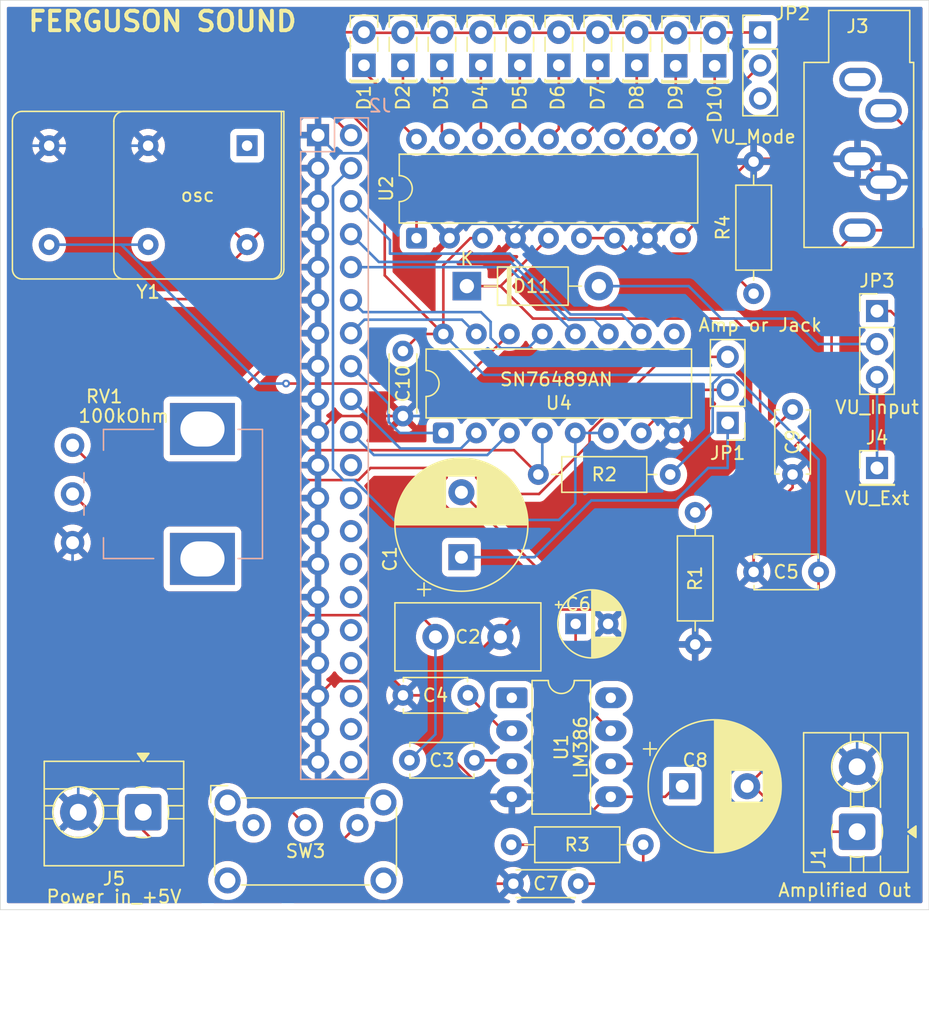
<source format=kicad_pcb>
(kicad_pcb (version 20241229) (generator "pcbnew") (generator_version "9.0")
  (layers (0 "F.Cu" signal) (2 "B.Cu" signal) (13 "F.Paste" user) (15 "B.Paste" user) (5 "F.SilkS" user "F.Silkscreen") (7 "B.SilkS" user "B.Silkscreen") (1 "F.Mask" user) (3 "B.Mask" user) (25 "Edge.Cuts" user))
  (net 0 "")
  (net 1 "Net-(C1-Pad2)")
  (net 2 "Net-(JP1-A)")
  (net 3 "Net-(C2-Pad1)")
  (net 4 "GND")
  (net 5 "Net-(U1-+)")
  (net 6 "Net-(U1--)")
  (net 7 "VCC")
  (net 8 "Net-(U1-BYPASS)")
  (net 9 "Net-(C7-Pad2)")
  (net 10 "Net-(C8-Pad1)")
  (net 11 "Net-(J1-Pin_1)")
  (net 12 "Net-(D11-K)")
  (net 13 "Net-(D1-K)")
  (net 14 "Net-(D2-K)")
  (net 15 "Net-(D3-K)")
  (net 16 "Net-(D4-K)")
  (net 17 "Net-(D5-K)")
  (net 18 "Net-(D6-K)")
  (net 19 "Net-(D7-K)")
  (net 20 "Net-(D8-K)")
  (net 21 "Net-(D9-K)")
  (net 22 "Net-(D10-K)")
  (net 23 "Net-(D11-A)")
  (net 24 "/A_D6")
  (net 25 "/A_D2")
  (net 26 "/A_RDY")
  (net 27 "/A_D4")
  (net 28 "/A_D0")
  (net 29 "/A_D3")
  (net 33 "/A_D1")
  (net 36 "/A_STROBE")
  (net 41 "/A_D5")
  (net 42 "/A_D7")
  (net 44 "Net-(J4-Pin_1)")
  (net 45 "Net-(J5-Pin_1)")
  (net 46 "Net-(JP1-B)")
  (net 47 "Net-(JP1-C)")
  (net 48 "Net-(U2-REFOUT)")
  (net 49 "Net-(SW1-B)")
  (net 54 "Net-(U4-CLOCK)")
  (footprint "Connector_PinHeader_2.54mm:PinHeader_1x01_P2.54mm_Vertical" (layer "F.Cu") (at 127 66)
    (property "Reference" "J4")
    (property "Value" "VU_Ext")
  )
  (footprint "Oscillator:Oscillator_DIP-14" (layer "F.Cu") (at 78.5 41.19 180)
    (property "Reference" "Y1")
    (property "Value" "ACO-4.0MHz")
  )
  (footprint "Connector_PinHeader_2.54mm:PinHeader_1x03_P2.54mm_Vertical" (layer "F.Cu") (at 118 32.475)
    (property "Reference" "JP2")
    (property "Value" "VU_Mode")
  )
  (footprint "Resistor_THT:R_Axial_DIN0207_L6.3mm_D2.5mm_P10.16mm_Horizontal" (layer "F.Cu") (at 98.84 95)
    (property "Reference" "R3")
    (property "Value" "10_Ohm")
  )
  (footprint "Oscillator:Oscillator_DIP-8" (layer "F.Cu") (at 78.5 41.19 180)
    (property "Reference" "osc")
    (property "Value" "Oscillator_DIP-8")
  )
  (footprint "Capacitor_THT:C_Disc_D4.7mm_W2.5mm_P5.00mm" (layer "F.Cu") (at 91 88.5)
    (property "Reference" "C3")
    (property "Value" "270nF")
  )
  (footprint "Package_DIP:DIP-18_W7.62mm" (layer "F.Cu") (at 91.545112 48.305 90)
    (property "Reference" "U2")
    (property "Value" "LM3915N")
  )
  (footprint "LED_THT:LED_Rectangular_W5.0mm_H2.0mm" (layer "F.Cu") (at 114.5 35.04 90)
    (property "Reference" "D10")
    (property "Value" "LED" (hide yes))
  )
  (footprint "Package_DIP:DIP-8_W7.62mm_LongPads" (layer "F.Cu") (at 98.88 83.69)
    (property "Reference" "U1")
    (property "Value" "LM386")
  )
  (footprint "Diode_THT:D_DO-41_SOD81_P10.16mm_Horizontal" (layer "F.Cu") (at 95.42 52)
    (property "Reference" "D11")
    (property "Value" "1N4007")
  )
  (footprint "Resistor_THT:R_Axial_DIN0207_L6.3mm_D2.5mm_P10.16mm_Horizontal" (layer "F.Cu") (at 111.08 66.5 180)
    (property "Reference" "R2")
    (property "Value" "10kOhm")
  )
  (footprint "Connector_Audio:Jack_3.5mm_CUI_SJ1-3535NG_Horizontal" (layer "F.Cu") (at 125.5 36.1)
    (property "Reference" "J3")
    (property "Value" "AudioJack3")
  )
  (footprint "Capacitor_THT:CP_Radial_D5.0mm_P2.50mm" (layer "F.Cu") (at 103.794888 78)
    (property "Reference" "C6")
    (property "Value" "10uF")
  )
  (footprint "Capacitor_THT:C_Disc_D4.7mm_W2.5mm_P5.00mm" (layer "F.Cu") (at 90.5 83.5)
    (property "Reference" "C4")
    (property "Value" "270nF")
  )
  (footprint "Capacitor_THT:C_Disc_D11.0mm_W5.0mm_P5.00mm" (layer "F.Cu") (at 93 79)
    (property "Reference" "C2")
    (property "Value" "47pF")
  )
  (footprint "LED_THT:LED_Rectangular_W5.0mm_H2.0mm" (layer "F.Cu") (at 93.5 35 90)
    (property "Reference" "D3")
    (property "Value" "LED" (hide yes))
  )
  (footprint "Package_DIP:DIP-16_W7.62mm" (layer "F.Cu") (at 93.61 63.305 90)
    (property "Reference" "U4")
    (property "Value" "SN76489AN")
  )
  (footprint "Resistor_THT:R_Axial_DIN0207_L6.3mm_D2.5mm_P10.16mm_Horizontal" (layer "F.Cu") (at 113 69.42 -90)
    (property "Reference" "R1")
    (property "Value" "1MOhm")
  )
  (footprint "Capacitor_THT:C_Disc_D4.7mm_W2.5mm_P5.00mm" (layer "F.Cu") (at 120.5 61.5 -90)
    (property "Reference" "C9")
    (property "Value" "220nF")
  )
  (footprint "Capacitor_THT:CP_Radial_D10.0mm_P5.00mm" (layer "F.Cu") (at 112 90.5)
    (property "Reference" "C8")
    (property "Value" "470uF")
  )
  (footprint "Button_Switch_THT:SW_E-Switch_EG1224_SPDT_Angled" (layer "F.Cu") (at 79 93.5)
    (property "Reference" "SW3")
    (property "Value" "Power_Switch")
  )
  (footprint "TerminalBlock:TerminalBlock_MaiXu_MX126-5.0-02P_1x02_P5.00mm" (layer "F.Cu") (at 125.4675 94 90)
    (property "Reference" "J1")
    (property "Value" "Amplified Out")
  )
  (footprint "TerminalBlock:TerminalBlock_MaiXu_MX126-5.0-02P_1x02_P5.00mm" (layer "F.Cu") (at 70.5 92.5 180)
    (property "Reference" "J5")
    (property "Value" "Power in_+5V")
  )
  (footprint "Resistor_THT:R_Axial_DIN0207_L6.3mm_D2.5mm_P10.16mm_Horizontal" (layer "F.Cu") (at 117.5 52.58 90)
    (property "Reference" "R4")
    (property "Value" "10kOhm")
  )
  (footprint "LED_THT:LED_Rectangular_W5.0mm_H2.0mm" (layer "F.Cu") (at 90.5 35 90)
    (property "Reference" "D2")
    (property "Value" "LED" (hide yes))
  )
  (footprint "Capacitor_THT:C_Disc_D4.3mm_W1.9mm_P5.00mm" (layer "F.Cu") (at 90.5 57 -90)
    (property "Reference" "C10")
    (property "Value" "0.1uF")
  )
  (footprint "Connector_PinHeader_2.54mm:PinHeader_1x03_P2.54mm_Vertical" (layer "F.Cu") (at 115.5 62.525 180)
    (property "Reference" "JP1")
    (property "Value" "Amp or Jack")
  )
  (footprint "LED_THT:LED_Rectangular_W5.0mm_H2.0mm" (layer "F.Cu") (at 108.5 35 90)
    (property "Reference" "D8")
    (property "Value" "LED" (hide yes))
  )
  (footprint "LED_THT:LED_Rectangular_W5.0mm_H2.0mm" (layer "F.Cu") (at 102.5 35 90)
    (property "Reference" "D6")
    (property "Value" "LED" (hide yes))
  )
  (footprint "LED_THT:LED_Rectangular_W5.0mm_H2.0mm" (layer "F.Cu") (at 105.5 35 90)
    (property "Reference" "D7")
    (property "Value" "LED" (hide yes))
  )
  (footprint "Connector_PinHeader_2.54mm:PinHeader_1x03_P2.54mm_Vertical" (layer "F.Cu") (at 127 53.92)
    (property "Reference" "JP3")
    (property "Value" "VU_Input")
  )
  (footprint "LED_THT:LED_Rectangular_W5.0mm_H2.0mm" (layer "F.Cu") (at 96.5 35 90)
    (property "Reference" "D4")
    (property "Value" "LED" (hide yes))
  )
  (footprint "LED_THT:LED_Rectangular_W5.0mm_H2.0mm" (layer "F.Cu") (at 111.5 35.04 90)
    (property "Reference" "D9")
    (property "Value" "LED" (hide yes))
  )
  (footprint "Capacitor_THT:CP_Radial_D10.0mm_P5.00mm" (layer "F.Cu") (at 95 72.867677 90)
    (property "Reference" "C1")
    (property "Value" "470uF")
  )
  (footprint "Capacitor_THT:C_Disc_D4.3mm_W1.9mm_P5.00mm" (layer "F.Cu") (at 99 98)
    (property "Reference" "C7")
    (property "Value" "100nF")
  )
  (footprint "Capacitor_THT:C_Disc_D4.7mm_W2.5mm_P5.00mm" (layer "F.Cu") (at 122.5 74 180)
    (property "Reference" "C5")
    (property "Value" "270nF")
  )
  (footprint "LED_THT:LED_Rectangular_W5.0mm_H2.0mm" (layer "F.Cu") (at 99.5 35 90)
    (property "Reference" "D5")
    (property "Value" "LED" (hide yes))
  )
  (footprint "LED_THT:LED_Rectangular_W5.0mm_H2.0mm" (layer "F.Cu") (at 87.5 35 90)
    (property "Reference" "D1")
    (property "Value" "LED")
  )
  (footprint "Potentiometer_THT:Potentiometer_Bourns_PTV09A-1_Single_Vertical" (layer "B.Cu") (at 66.5625 65.5)
    (property "Reference" "RV1")
    (property "Value" "100kOhm")
  )
  (footprint "Connector_PinSocket_2.54mm:PinSocket_2x20_P2.54mm_Vertical" (layer "B.Cu") (at 83.96 40.38 180)
    (property "Reference" "J2")
    (property "Value" "GPIO_Header")
  )
  (gr_line (start 59.5 100) (end 131 100) (stroke (width 0.05)) (layer "Edge.Cuts"))
  (gr_line (start 59.5 100) (end 59.5 30) (stroke (width 0.05)) (layer "Edge.Cuts"))
  (gr_line (start 131 30) (end 59.5 30) (stroke (width 0.05)) (layer "Edge.Cuts"))
  (gr_line (start 131 30) (end 131 100) (stroke (width 0.05)) (layer "Edge.Cuts"))
  (gr_text "FERGUSON SOUND" (at 61.5 32.5 0) (layer "F.SilkS") (effects (font (size 1.5 1.5) (thickness 0.3) (bold yes)) (justify left bottom)))
  (segment (start 95 67.867677) (end 101.132323 74) (width 0.2) (layer "F.Cu") (net 1))
  (segment (start 123.5 61.5) (end 123.5 60.5) (width 0.2) (layer "F.Cu") (net 1))
  (segment (start 125.5 47.7) (end 123.5 49.7) (width 0.2) (layer "F.Cu") (net 1))
  (segment (start 115 70) (end 123.5 61.5) (width 0.2) (layer "F.Cu") (net 1))
  (segment (start 101.132323 74) (end 115 74) (width 0.2) (layer "F.Cu") (net 1))
  (segment (start 127.899 38.5) (end 127.5 38.5) (width 0.2) (layer "F.Cu") (net 1))
  (segment (start 129.199 47.7) (end 129.899 47) (width 0.2) (layer "F.Cu") (net 1))
  (segment (start 129.899 40.5) (end 127.899 38.5) (width 0.2) (layer "F.Cu") (net 1))
  (segment (start 123.5 60) (end 123.5 50) (width 0.2) (layer "F.Cu") (net 1))
  (segment (start 123.5 49.7) (end 123.5 50) (width 0.2) (layer "F.Cu") (net 1))
  (segment (start 125.5 47.7) (end 129.199 47.7) (width 0.2) (layer "F.Cu") (net 1))
  (segment (start 123.5 60.5) (end 123.5 60) (width 0.2) (layer "F.Cu") (net 1))
  (segment (start 129.899 47) (end 129.899 40.5) (width 0.2) (layer "F.Cu") (net 1))
  (segment (start 115 74) (end 115 70) (width 0.2) (layer "F.Cu") (net 1))
  (segment (start 100.632323 72.867677) (end 105 68.5) (width 0.2) (layer "B.Cu") (net 2))
  (segment (start 111.5 68.5) (end 105 68.5) (width 0.2) (layer "B.Cu") (net 2))
  (segment (start 114 66) (end 111.5 68.5) (width 0.2) (layer "B.Cu") (net 2))
  (segment (start 115.5 66) (end 115.5 62.525) (width 0.2) (layer "B.Cu") (net 2))
  (segment (start 115.5 66) (end 114 66) (width 0.2) (layer "B.Cu") (net 2))
  (segment (start 95 72.867677) (end 100.632323 72.867677) (width 0.2) (layer "B.Cu") (net 2))
  (segment (start 69.5 75) (end 69.5 72.4375) (width 0.2) (layer "F.Cu") (net 3))
  (segment (start 93 78.5) (end 91.829 77.329) (width 0.2) (layer "F.Cu") (net 3))
  (segment (start 71.829 77.329) (end 69.5 75) (width 0.2) (layer "F.Cu") (net 3))
  (segment (start 69.5 72.4375) (end 65.0625 68) (width 0.2) (layer "F.Cu") (net 3))
  (segment (start 91.829 77.329) (end 71.829 77.329) (width 0.2) (layer "F.Cu") (net 3))
  (segment (start 93 86.5) (end 91 88.5) (width 0.2) (layer "B.Cu") (net 3))
  (segment (start 93 78.5) (end 93 86.5) (width 0.2) (layer "B.Cu") (net 3))
  (segment (start 85.2 62) (end 83.96 63.24) (width 0.2) (layer "F.Cu") (net 4))
  (segment (start 125.7 42.2) (end 127.5 44) (width 0.2) (layer "F.Cu") (net 4))
  (segment (start 93 83.5) (end 91 83.5) (width 0.2) (layer "F.Cu") (net 4))
  (segment (start 93.5 84) (end 93 83.5) (width 0.2) (layer "F.Cu") (net 4))
  (segment (start 97.5 98) (end 99 98) (width 0.2) (layer "F.Cu") (net 4))
  (segment (start 120.5 67.5) (end 117.5 70.5) (width 0.2) (layer "F.Cu") (net 4))
  (segment (start 96 92.5) (end 96 96.5) (width 0.2) (layer "F.Cu") (net 4))
  (segment (start 91 83.5) (end 89.909 82.409) (width 0.2) (layer "F.Cu") (net 4))
  (segment (start 120.5 66.5) (end 120.5 67.5) (width 0.2) (layer "F.Cu") (net 4))
  (segment (start 98.88 91.31) (end 97.25295 91.31) (width 0.2) (layer "F.Cu") (net 4))
  (segment (start 114 49.5) (end 110.520112 49.5) (width 0.2) (layer "F.Cu") (net 4))
  (segment (start 115 48.5) (end 114 49.5) (width 0.2) (layer "F.Cu") (net 4))
  (segment (start 110.520112 49.5) (end 109.325112 48.305) (width 0.2) (layer "F.Cu") (net 4))
  (segment (start 125.5 42.2) (end 125.7 42.2) (width 0.2) (layer "F.Cu") (net 4))
  (segment (start 106.294888 78) (end 105.193888 76.899) (width 0.2) (layer "F.Cu") (net 4))
  (segment (start 99.601 76.899) (end 98 78.5) (width 0.2) (layer "F.Cu") (net 4))
  (segment (start 89.909 82.409) (end 85.111 82.409) (width 0.2) (layer "F.Cu") (net 4))
  (segment (start 85.111 82.409) (end 83.96 83.56) (width 0.2) (layer "F.Cu") (net 4))
  (segment (start 117.5 70.5) (end 117.5 74) (width 0.2) (layer "F.Cu") (net 4))
  (segment (start 105.193888 76.899) (end 99.601 76.899) (width 0.2) (layer "F.Cu") (net 4))
  (segment (start 117.72 42.2) (end 117.5 42.42) (width 0.2) (layer "F.Cu") (net 4))
  (segment (start 96 96.5) (end 97.5 98) (width 0.2) (layer "F.Cu") (net 4))
  (segment (start 117.5 42.42) (end 117.08 42.42) (width 0.2) (layer "F.Cu") (net 4))
  (segment (start 117.08 42.42) (end 115 44.5) (width 0.2) (layer "F.Cu") (net 4))
  (segment (start 93.5 87.55705) (end 93.5 84) (width 0.2) (layer "F.Cu") (net 4))
  (segment (start 125.5 42.2) (end 117.72 42.2) (width 0.2) (layer "F.Cu") (net 4))
  (segment (start 97.25295 91.31) (end 93.5 87.55705) (width 0.2) (layer "F.Cu") (net 4))
  (segment (start 93.5 83) (end 93 83.5) (width 0.2) (layer "F.Cu") (net 4))
  (segment (start 97.19 91.31) (end 96 92.5) (width 0.2) (layer "F.Cu") (net 4))
  (segment (start 115 44.5) (end 115 48.5) (width 0.2) (layer "F.Cu") (net 4))
  (segment (start 98.88 91.31) (end 97.19 91.31) (width 0.2) (layer "F.Cu") (net 4))
  (segment (start 98 78.5) (end 93.5 83) (width 0.2) (layer "F.Cu") (net 4))
  (segment (start 90.5 62) (end 85.2 62) (width 0.2) (layer "F.Cu") (net 4))
  (segment (start 113 79.58) (end 107.874888 79.58) (width 0.2) (layer "B.Cu") (net 4))
  (segment (start 99.165112 47.538888) (end 99.5 47.204) (width 0.2) (layer "B.Cu") (net 4))
  (segment (start 106.294888 78) (end 111.874888 83.58) (width 0.2) (layer "B.Cu") (net 4))
  (segment (start 108.224112 47.204) (end 109.325112 48.305) (width 0.2) (layer "B.Cu") (net 4))
  (segment (start 90.5 62) (end 110.085 62) (width 0.2) (layer "B.Cu") (net 4))
  (segment (start 85.349 41.769) (end 83.96 40.38) (width 0.2) (layer "B.Cu") (net 4))
  (segment (start 94.085112 48.305) (end 95.186112 47.204) (width 0.2) (layer "B.Cu") (net 4))
  (segment (start 111.874888 83.58) (end 123.42 83.58) (width 0.2) (layer "B.Cu") (net 4))
  (segment (start 61.81 41.19) (end 60.5 42.5) (width 0.2) (layer "B.Cu") (net 4))
  (segment (start 110.085 62) (end 111.39 63.305) (width 0.2) (layer "B.Cu") (net 4))
  (segment (start 65.5 83.5) (end 65.5 92.5) (width 0.2) (layer "B.Cu") (net 4))
  (segment (start 117.5 74) (end 113 78.5) (width 0.2) (layer "B.Cu") (net 4))
  (segment (start 123.42 83.58) (end 125.4675 85.6275) (width 0.2) (layer "B.Cu") (net 4))
  (segment (start 65.0625 71.75) (end 65.0625 73.958454) (width 0.2) (layer "B.Cu") (net 4))
  (segment (start 63.26 41.19) (end 61.81 41.19) (width 0.2) (layer "B.Cu") (net 4))
  (segment (start 107.874888 79.58) (end 106.294888 78) (width 0.2) (layer "B.Cu") (net 4))
  (segment (start 60.510477 42.510477) (end 60.510477 78.510477) (width 0.2) (layer "B.Cu") (net 4))
  (segment (start 69.36 88.64) (end 65.5 92.5) (width 0.2) (layer "B.Cu") (net 4))
  (segment (start 125.4675 85.6275) (end 125.4675 89) (width 0.2) (layer "B.Cu") (net 4))
  (segment (start 95.186112 47.204) (end 99.5 47.204) (width 0.2) (layer "B.Cu") (net 4))
  (segment (start 94.085112 48.305) (end 87.549112 41.769) (width 0.2) (layer "B.Cu") (net 4))
  (segment (start 113 78.5) (end 113 79.58) (width 0.2) (layer "B.Cu") (net 4))
  (segment (start 63.26 41.19) (end 70.88 41.19) (width 0.2) (layer "B.Cu") (net 4))
  (segment (start 60.5 42.5) (end 60.510477 42.510477) (width 0.2) (layer "B.Cu") (net 4))
  (segment (start 99.165112 48.305) (end 99.165112 47.538888) (width 0.2) (layer "B.Cu") (net 4))
  (segment (start 99.5 47.204) (end 108.224112 47.204) (width 0.2) (layer "B.Cu") (net 4))
  (segment (start 83.96 88.64) (end 83.96 40.38) (width 0.2) (layer "B.Cu") (net 4))
  (segment (start 65.0625 73.958454) (end 60.510477 78.510477) (width 0.2) (layer "B.Cu") (net 4))
  (segment (start 60.510477 78.510477) (end 65.5 83.5) (width 0.2) (layer "B.Cu") (net 4))
  (segment (start 87.549112 41.769) (end 85.349 41.769) (width 0.2) (layer "B.Cu") (net 4))
  (segment (start 83.96 40.38) (end 83.88 40.38) (width 0.2) (layer "B.Cu") (net 4))
  (segment (start 83.96 88.64) (end 69.36 88.64) (width 0.2) (layer "B.Cu") (net 4))
  (segment (start 98.61 88.5) (end 98.88 88.77) (width 0.2) (layer "F.Cu") (net 5))
  (segment (start 96 88.5) (end 98.61 88.5) (width 0.2) (layer "F.Cu") (net 5))
  (segment (start 98.88 86.23) (end 98.23 86.23) (width 0.2) (layer "F.Cu") (net 6))
  (segment (start 98.23 86.23) (end 95.5 83.5) (width 0.2) (layer "F.Cu") (net 6))
  (segment (start 95.5 83) (end 95.65 83) (width 0.2) (layer "F.Cu") (net 6))
  (segment (start 78.5 48.81) (end 81.099 46.211) (width 0.2) (layer "F.Cu") (net 7))
  (segment (start 81.099 46.211) (end 81.099 37.8339) (width 0.2) (layer "F.Cu") (net 7))
  (segment (start 78.5 48.81) (end 76 46.31) (width 0.2) (layer "F.Cu") (net 7))
  (segment (start 62.5 73) (end 62.5 62) (width 0.2) (layer "F.Cu") (net 7))
  (segment (start 85.34676 37.599) (end 89.099 41.35124) (width 0.2) (layer "F.Cu") (net 7))
  (segment (start 81.099 37.8339) (end 81.3339 37.599) (width 0.2) (layer "F.Cu") (net 7))
  (segment (start 89.099 51.174) (end 93.61 55.685) (width 0.2) (layer "F.Cu") (net 7))
  (segment (start 71.5 53) (end 74.5 53) (width 0.2) (layer "F.Cu") (net 7))
  (segment (start 93.61 50.39) (end 93.61 55.685) (width 0.2) (layer "F.Cu") (net 7))
  (segment (start 81.3339 37.599) (end 85.34676 37.599) (width 0.2) (layer "F.Cu") (net 7))
  (segment (start 88 32.5) (end 114.5 32.5) (width 0.2) (layer "F.Cu") (net 7))
  (segment (start 95.695 48.305) (end 93.61 50.39) (width 0.2) (layer "F.Cu") (net 7))
  (segment (start 87.5 32.46) (end 77.04 32.46) (width 0.2) (layer "F.Cu") (net 7))
  (segment (start 114.5 32.5) (end 115 32.5) (width 0.2) (layer "F.Cu") (net 7))
  (segment (start 62.5 62) (end 71.5 53) (width 0.2) (layer "F.Cu") (net 7))
  (segment (start 115 32.5) (end 115.025 32.475) (width 0.2) (layer "F.Cu") (net 7))
  (segment (start 93.61 55.685) (end 91.815 55.685) (width 0.2) (layer "F.Cu") (net 7))
  (segment (start 96.625112 48.305) (end 95.695 48.305) (width 0.2) (layer "F.Cu") (net 7))
  (segment (start 83 93.5) (end 62.5 73) (width 0.2) (layer "F.Cu") (net 7))
  (segment (start 91.815 55.685) (end 90.5 57) (width 0.2) (layer "F.Cu") (net 7))
  (segment (start 74.5 53) (end 78.5 49) (width 0.2) (layer "F.Cu") (net 7))
  (segment (start 106.5 88.77) (end 111.23 88.77) (width 0.2) (layer "F.Cu") (net 7))
  (segment (start 76 46.31) (end 76 33.5) (width 0.2) (layer "F.Cu") (net 7))
  (segment (start 87.5 32.46) (end 87.96 32.46) (width 0.2) (layer "F.Cu") (net 7))
  (segment (start 111.23 88.77) (end 122.5 77.5) (width 0.2) (layer "F.Cu") (net 7))
  (segment (start 87.96 32.46) (end 88 32.5) (width 0.2) (layer "F.Cu") (net 7))
  (segment (start 115.025 32.475) (end 118 32.475) (width 0.2) (layer "F.Cu") (net 7))
  (segment (start 89.099 41.35124) (end 89.099 51.174) (width 0.2) (layer "F.Cu") (net 7))
  (segment (start 78.5 49) (end 78.5 48.81) (width 0.2) (layer "F.Cu") (net 7))
  (segment (start 77.04 32.46) (end 76 33.5) (width 0.2) (layer "F.Cu") (net 7))
  (segment (start 122.5 77.5) (end 122.5 74) (width 0.2) (layer "F.Cu") (net 7))
  (segment (start 115.02324 58.834) (end 115.97676 58.834) (width 0.2) (layer "B.Cu") (net 7))
  (segment (start 96.759 58.834) (end 93.61 55.685) (width 0.2) (layer "B.Cu") (net 7))
  (segment (start 114.349 59.50824) (end 115.02324 58.834) (width 0.2) (layer "B.Cu") (net 7))
  (segment (start 122.5 65.35724) (end 115.97676 58.834) (width 0.2) (layer "B.Cu") (net 7))
  (segment (start 115.97676 58.834) (end 96.759 58.834) (width 0.2) (layer "B.Cu") (net 7))
  (segment (start 114.349 63.231) (end 114.349 59.50824) (width 0.2) (layer "B.Cu") (net 7))
  (segment (start 111.08 66.5) (end 114.349 63.231) (width 0.2) (layer "B.Cu") (net 7))
  (segment (start 122.5 74) (end 122.5 65.35724) (width 0.2) (layer "B.Cu") (net 7))
  (segment (start 103.794888 83.524888) (end 106.5 86.23) (width 0.2) (layer "F.Cu") (net 8))
  (segment (start 103.794888 78) (end 103.794888 83.524888) (width 0.2) (layer "F.Cu") (net 8))
  (segment (start 109 95) (end 109 96.5) (width 0.2) (layer "F.Cu") (net 9))
  (segment (start 109 96.5) (end 107.5 98) (width 0.2) (layer "F.Cu") (net 9))
  (segment (start 107.5 98) (end 104 98) (width 0.2) (layer "F.Cu") (net 9))
  (segment (start 111.5 90.5) (end 110.69 91.31) (width 0.2) (layer "F.Cu") (net 10))
  (segment (start 110.69 91.31) (end 106.5 91.31) (width 0.2) (layer "F.Cu") (net 10))
  (segment (start 112 90.5) (end 111.5 90.5) (width 0.2) (layer "F.Cu") (net 10))
  (segment (start 102.5 95) (end 98.84 95) (width 0.2) (layer "F.Cu") (net 10))
  (segment (start 106.5 91.31) (end 106.19 91.31) (width 0.2) (layer "F.Cu") (net 10))
  (segment (start 106.19 91.31) (end 102.5 95) (width 0.2) (layer "F.Cu") (net 10))
  (segment (start 129.5 80) (end 127.5 80) (width 0.2) (layer "F.Cu") (net 11))
  (segment (start 129.5 55.37) (end 129.5 80) (width 0.2) (layer "F.Cu") (net 11))
  (segment (start 117.5 90.5) (end 121 94) (width 0.2) (layer "F.Cu") (net 11))
  (segment (start 128.05 53.92) (end 129.5 55.37) (width 0.2) (layer "F.Cu") (net 11))
  (segment (start 127 53.92) (end 128.05 53.92) (width 0.2) (layer "F.Cu") (net 11))
  (segment (start 117 90.5) (end 117.5 90.5) (width 0.2) (layer "F.Cu") (net 11))
  (segment (start 127.5 80) (end 117 90.5) (width 0.2) (layer "F.Cu") (net 11))
  (segment (start 121 94) (end 126 94) (width 0.2) (layer "F.Cu") (net 11))
  (segment (start 118 64) (end 118 65) (width 0.2) (layer "F.Cu") (net 12))
  (segment (start 116 54.5) (end 118 56.5) (width 0.2) (layer "F.Cu") (net 12))
  (segment (start 100.5 54.489888) (end 100.5 54.5) (width 0.2) (layer "F.Cu") (net 12))
  (segment (start 98.010112 52) (end 95.42 52) (width 0.2) (layer "F.Cu") (net 12))
  (segment (start 101.705112 48.305) (end 98.010112 52) (width 0.2) (layer "F.Cu") (net 12))
  (segment (start 118 65) (end 113.58 69.42) (width 0.2) (layer "F.Cu") (net 12))
  (segment (start 100.5 54.5) (end 116 54.5) (width 0.2) (layer "F.Cu") (net 12))
  (segment (start 98.010112 52) (end 100.5 54.489888) (width 0.2) (layer "F.Cu") (net 12))
  (segment (start 118 56.5) (end 118 65) (width 0.2) (layer "F.Cu") (net 12))
  (segment (start 120.5 61.5) (end 118 64) (width 0.2) (layer "F.Cu") (net 12))
  (segment (start 113.58 69.42) (end 113 69.42) (width 0.2) (layer "F.Cu") (net 12))
  (segment (start 89.5 37.5) (end 89.5 41.5) (width 0.2) (layer "F.Cu") (net 13))
  (segment (start 87.5 35) (end 87.5 35.5) (width 0.2) (layer "F.Cu") (net 13))
  (segment (start 91.545112 43.545112) (end 91.545112 48.305) (width 0.2) (layer "F.Cu") (net 13))
  (segment (start 89.5 41.5) (end 91.545112 43.545112) (width 0.2) (layer "F.Cu") (net 13))
  (segment (start 87.5 35.5) (end 89.5 37.5) (width 0.2) (layer "F.Cu") (net 13))
  (segment (start 90.5 35) (end 90.5 39.639888) (width 0.2) (layer "F.Cu") (net 14))
  (segment (start 90.5 39.639888) (end 91.545112 40.685) (width 0.2) (layer "F.Cu") (net 14))
  (segment (start 93.5 35) (end 93.5 40.099888) (width 0.2) (layer "F.Cu") (net 15))
  (segment (start 93.5 40.099888) (end 94.085112 40.685) (width 0.2) (layer "F.Cu") (net 15))
  (segment (start 96.5 35) (end 96.5 40.559888) (width 0.2) (layer "F.Cu") (net 16))
  (segment (start 96.5 40.559888) (end 96.625112 40.685) (width 0.2) (layer "F.Cu") (net 16))
  (segment (start 99.5 40.350112) (end 99.165112 40.685) (width 0.2) (layer "F.Cu") (net 17))
  (segment (start 99.5 35) (end 99.5 40.350112) (width 0.2) (layer "F.Cu") (net 17))
  (segment (start 102.5 39.890112) (end 101.705112 40.685) (width 0.2) (layer "F.Cu") (net 18))
  (segment (start 102.5 35) (end 102.5 39.890112) (width 0.2) (layer "F.Cu") (net 18))
  (segment (start 105.5 39.430112) (end 104.245112 40.685) (width 0.2) (layer "F.Cu") (net 19))
  (segment (start 105.5 35) (end 105.5 39.430112) (width 0.2) (layer "F.Cu") (net 19))
  (segment (start 108.5 38.970112) (end 106.785112 40.685) (width 0.2) (layer "F.Cu") (net 20))
  (segment (start 108.5 35) (end 108.5 38.970112) (width 0.2) (layer "F.Cu") (net 20))
  (segment (start 111.5 38.510112) (end 109.325112 40.685) (width 0.2) (layer "F.Cu") (net 21))
  (segment (start 111.5 35.04) (end 111.5 38.510112) (width 0.2) (layer "F.Cu") (net 21))
  (segment (start 114.5 38.050112) (end 111.865112 40.685) (width 0.2) (layer "F.Cu") (net 22))
  (segment (start 114.5 35.04) (end 114.5 38.050112) (width 0.2) (layer "F.Cu") (net 22))
  (segment (start 120.5 54.5) (end 122.5 56.5) (width 0.2) (layer "B.Cu") (net 23))
  (segment (start 105.58 52) (end 112.5 52) (width 0.2) (layer "B.Cu") (net 23))
  (segment (start 122.54 56.46) (end 127 56.46) (width 0.2) (layer "B.Cu") (net 23))
  (segment (start 122.5 56.5) (end 122.54 56.46) (width 0.2) (layer "B.Cu") (net 23))
  (segment (start 112.5 52) (end 115 54.5) (width 0.2) (layer "B.Cu") (net 23))
  (segment (start 115 54.5) (end 120.5 54.5) (width 0.2) (layer "B.Cu") (net 23))
  (segment (start 94.955 64.5) (end 90.3 64.5) (width 0.2) (layer "B.Cu") (net 24))
  (segment (start 96.15 63.305) (end 94.955 64.5) (width 0.2) (layer "B.Cu") (net 24))
  (segment (start 90.3 64.5) (end 86.5 60.7) (width 0.2) (layer "B.Cu") (net 24))
  (segment (start 103.77 55.685) (end 98.625 50.54) (width 0.2) (layer "B.Cu") (net 25))
  (segment (start 98.625 50.54) (end 86.5 50.54) (width 0.2) (layer "B.Cu") (net 25))
  (segment (start 89.80776 70) (end 102.5 70) (width 0.2) (layer "B.Cu") (net 26))
  (segment (start 103.77 68.73) (end 103.77 63.305) (width 0.2) (layer "B.Cu") (net 26))
  (segment (start 85.111 66.111) (end 85.931 66.931) (width 0.2) (layer "B.Cu") (net 26))
  (segment (start 85.111 44.309) (end 85.111 66.111) (width 0.2) (layer "B.Cu") (net 26))
  (segment (start 86.5 42.92) (end 85.111 44.309) (width 0.2) (layer "B.Cu") (net 26))
  (segment (start 102.5 70) (end 103.77 68.73) (width 0.2) (layer "B.Cu") (net 26))
  (segment (start 85.931 66.931) (end 86.73876 66.931) (width 0.2) (layer "B.Cu") (net 26))
  (segment (start 86.73876 66.931) (end 89.80776 70) (width 0.2) (layer "B.Cu") (net 26))
  (segment (start 103.77 63.305) (end 106.31 63.305) (width 0.2) (layer "B.Cu") (net 26))
  (segment (start 95.049 54.584) (end 87.536 54.584) (width 0.2) (layer "B.Cu") (net 27))
  (segment (start 96.15 55.685) (end 95.049 54.584) (width 0.2) (layer "B.Cu") (net 27))
  (segment (start 87.536 54.584) (end 86.5 55.62) (width 0.2) (layer "B.Cu") (net 27))
  (segment (start 107.348 54.183) (end 103.4022 54.183) (width 0.2) (layer "B.Cu") (net 28))
  (segment (start 86.5 45.46) (end 86.5 45.5) (width 0.2) (layer "B.Cu") (net 28))
  (segment (start 89.5 49.5) (end 89.5 48.46) (width 0.2) (layer "B.Cu") (net 28))
  (segment (start 89.5 48.46) (end 86.5 45.46) (width 0.2) (layer "B.Cu") (net 28))
  (segment (start 103.4022 54.183) (end 98.7192 49.5) (width 0.2) (layer "B.Cu") (net 28))
  (segment (start 98.7192 49.5) (end 89.5 49.5) (width 0.2) (layer "B.Cu") (net 28))
  (segment (start 108.85 55.685) (end 107.348 54.183) (width 0.2) (layer "B.Cu") (net 28))
  (segment (start 96.5 54) (end 87.42 54) (width 0.2) (layer "B.Cu") (net 29))
  (segment (start 87.42 54) (end 86.5 53.08) (width 0.2) (layer "B.Cu") (net 29))
  (segment (start 98.037 56.786) (end 97.251 56) (width 0.2) (layer "B.Cu") (net 29))
  (segment (start 97.251 56) (end 97.251 54.751) (width 0.2) (layer "B.Cu") (net 29))
  (segment (start 100.129 56.786) (end 98.037 56.786) (width 0.2) (layer "B.Cu") (net 29))
  (segment (start 101.23 55.685) (end 100.129 56.786) (width 0.2) (layer "B.Cu") (net 29))
  (segment (start 97.251 54.751) (end 96.5 54) (width 0.2) (layer "B.Cu") (net 29))
  (segment (start 103.2361 54.584) (end 105.209 54.584) (width 0.2) (layer "B.Cu") (net 33))
  (segment (start 98.7911 50.139) (end 103.2361 54.584) (width 0.2) (layer "B.Cu") (net 33))
  (segment (start 86.5 48) (end 88.639 50.139) (width 0.2) (layer "B.Cu") (net 33))
  (segment (start 105.209 54.584) (end 106.31 55.685) (width 0.2) (layer "B.Cu") (net 33))
  (segment (start 88.639 50.139) (end 98.7911 50.139) (width 0.2) (layer "B.Cu") (net 33))
  (segment (start 84.12 38) (end 86.5 40.38) (width 0.2) (layer "F.Cu") (net 36))
  (segment (start 81.5 38) (end 84.12 38) (width 0.2) (layer "F.Cu") (net 36))
  (segment (start 78 60) (end 81.5 56.5) (width 0.2) (layer "F.Cu") (net 36))
  (segment (start 81.5 56.5) (end 81.5 38) (width 0.2) (layer "F.Cu") (net 36))
  (segment (start 99.049 64.629) (end 82.629 64.629) (width 0.2) (layer "F.Cu") (net 36))
  (segment (start 82.629 64.629) (end 78 60) (width 0.2) (layer "F.Cu") (net 36))
  (segment (start 100.92 66.5) (end 99.049 64.629) (width 0.2) (layer "F.Cu") (net 36))
  (segment (start 101.23 63.305) (end 101.23 66.19) (width 0.2) (layer "B.Cu") (net 36))
  (segment (start 101.23 66.19) (end 100.92 66.5) (width 0.2) (layer "B.Cu") (net 36))
  (segment (start 93.61 63.305) (end 90.24795 63.305) (width 0.2) (layer "B.Cu") (net 41))
  (segment (start 90.24795 63.305) (end 89.399 62.45605) (width 0.2) (layer "B.Cu") (net 41))
  (segment (start 89.399 62.45605) (end 89.399 61.059) (width 0.2) (layer "B.Cu") (net 41))
  (segment (start 89.399 61.059) (end 86.5 58.16) (width 0.2) (layer "B.Cu") (net 41))
  (segment (start 98.69 63.305) (end 96.995 65) (width 0.2) (layer "B.Cu") (net 42))
  (segment (start 96.995 65) (end 88.26 65) (width 0.2) (layer "B.Cu") (net 42))
  (segment (start 88.26 65) (end 86.5 63.24) (width 0.2) (layer "B.Cu") (net 42))
  (segment (start 127 59) (end 127 66) (width 0.2) (layer "B.Cu") (net 44))
  (segment (start 70.5 93.899999) (end 75.999001 99.399) (width 0.2) (layer "F.Cu") (net 45))
  (segment (start 75.999001 99.399) (end 81.101 99.399) (width 0.2) (layer "F.Cu") (net 45))
  (segment (start 81.101 99.399) (end 87 93.5) (width 0.2) (layer "F.Cu") (net 45))
  (segment (start 70.5 92.5) (end 70.5 93.899999) (width 0.2) (layer "F.Cu") (net 45))
  (segment (start 104.871 63.18695) (end 110.61295 57.445) (width 0.2) (layer "F.Cu") (net 46))
  (segment (start 87.069 66.931) (end 88 66) (width 0.2) (layer "F.Cu") (net 46))
  (segment (start 100.97705 68) (end 104.871 64.10605) (width 0.2) (layer "F.Cu") (net 46))
  (segment (start 65.0625 64.25) (end 67.7435 66.931) (width 0.2) (layer "F.Cu") (net 46))
  (segment (start 104.871 64.10605) (end 104.871 63.18695) (width 0.2) (layer "F.Cu") (net 46))
  (segment (start 97.5 66) (end 99.5 68) (width 0.2) (layer "F.Cu") (net 46))
  (segment (start 88 66) (end 97.5 66) (width 0.2) (layer "F.Cu") (net 46))
  (segment (start 99.5 68) (end 100.97705 68) (width 0.2) (layer "F.Cu") (net 46))
  (segment (start 67.7435 66.931) (end 87.069 66.931) (width 0.2) (layer "F.Cu") (net 46))
  (segment (start 110.61295 57.445) (end 115.5 57.445) (width 0.2) (layer "F.Cu") (net 46))
  (segment (start 108.85 63.305) (end 112.17 59.985) (width 0.2) (layer "F.Cu") (net 47))
  (segment (start 112.17 59.985) (end 115.5 59.985) (width 0.2) (layer "F.Cu") (net 47))
  (segment (start 114.92 50) (end 117.5 52.58) (width 0.2) (layer "F.Cu") (net 48))
  (segment (start 108.480112 50) (end 114.92 50) (width 0.2) (layer "F.Cu") (net 48))
  (segment (start 106.785112 48.305) (end 108.480112 50) (width 0.2) (layer "F.Cu") (net 48))
  (segment (start 104.245112 48.305) (end 106.785112 48.305) (width 0.2) (layer "F.Cu") (net 48))
  (segment (start 111.865112 48.305) (end 114 46.170112) (width 0.2) (layer "F.Cu") (net 49))
  (segment (start 114 46.170112) (end 114 40) (width 0.2) (layer "F.Cu") (net 49))
  (segment (start 114 40) (end 116 38) (width 0.2) (layer "F.Cu") (net 49))
  (segment (start 116 37) (end 116.015 37) (width 0.2) (layer "F.Cu") (net 49))
  (segment (start 116.015 37) (end 118 35.015) (width 0.2) (layer "F.Cu") (net 49))
  (segment (start 116 38) (end 116 37) (width 0.2) (layer "F.Cu") (net 49))
  (segment (start 94.875 59.5) (end 81.5 59.5) (width 0.2) (layer "F.Cu") (net 54))
  (segment (start 98.69 55.685) (end 94.875 59.5) (width 0.2) (layer "F.Cu") (net 54))
  (via (at 81.5 59.5) (size 0.6) (drill 0.3) (layers "F.Cu" "B.Cu") (net 54))
  (segment (start 79.5 59.5) (end 68.81 48.81) (width 0.2) (layer "B.Cu") (net 54))
  (segment (start 70.88 48.81) (end 68.81 48.81) (width 0.2) (layer "B.Cu") (net 54))
  (segment (start 63.26 48.81) (end 68.81 48.81) (width 0.2) (layer "B.Cu") (net 54))
  (segment (start 81.5 59.5) (end 79.5 59.5) (width 0.2) (layer "B.Cu") (net 54))
  (zone (net 4) (net_name "GND") (layer "F.Cu") (priority 2) (connect_pads (clearance 0.5)) (min_thickness 0.25) (fill yes (thermal_gap 0.5) (thermal_bridge_width 0.5))
    (polygon (pts (xy 60 30.5) (xy 60 99.5) (xy 130.5 99.5) (xy 130.5 30.5)))
  )
  (zone (net 4) (net_name "GND") (layer "B.Cu") (priority 1) (connect_pads (clearance 0.5)) (min_thickness 0.25) (fill yes (thermal_gap 0.5) (thermal_bridge_width 0.5))
    (polygon (pts (xy 60 30.5) (xy 60 99.5) (xy 130.5 99.5) (xy 130.5 30.5)))
  )
)
</source>
